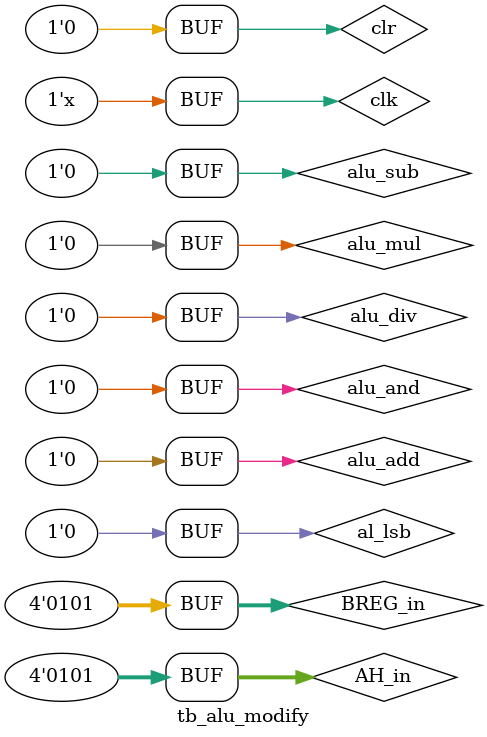
<source format=v>
`timescale 1ns / 1ps
module tb_alu_modify;
    reg alu_sub, alu_div, alu_and,clk,clr,alu_add,alu_mul,al_lsb;
    reg [3:0] AH_in;
    reg [3:0] BREG_in;
    wire [3:0] ALU_out;
    wire Fa_cout,sign_flag,carry_flag,zero_flag;
    
    alu UUT (alu_sub,alu_div,AH_in,BREG_in,alu_and, ALU_out,Fa_cout,clk,clr,alu_add,alu_mul,al_lsb,sign_flag,carry_flag,zero_flag);
    always #50 clk=~clk;
    initial begin
        AH_in=4'b0101;
        BREG_in=4'b0010;
        alu_sub=0; 
        alu_div=0; 
        alu_and=0;
        alu_mul=0;
        alu_add=0; 
        al_lsb=0;
        clk=0;
        clr=1;
        #100; clr=0;
        #100; AH_in=4'b1101; BREG_in=4'b0111; alu_add=1;
        #100; alu_add=0; AH_in=4'b0101; BREG_in=4'b1010; alu_sub=1;
        #100; BREG_in=4'b0101;
        #100; alu_sub=0;
    end
endmodule


</source>
